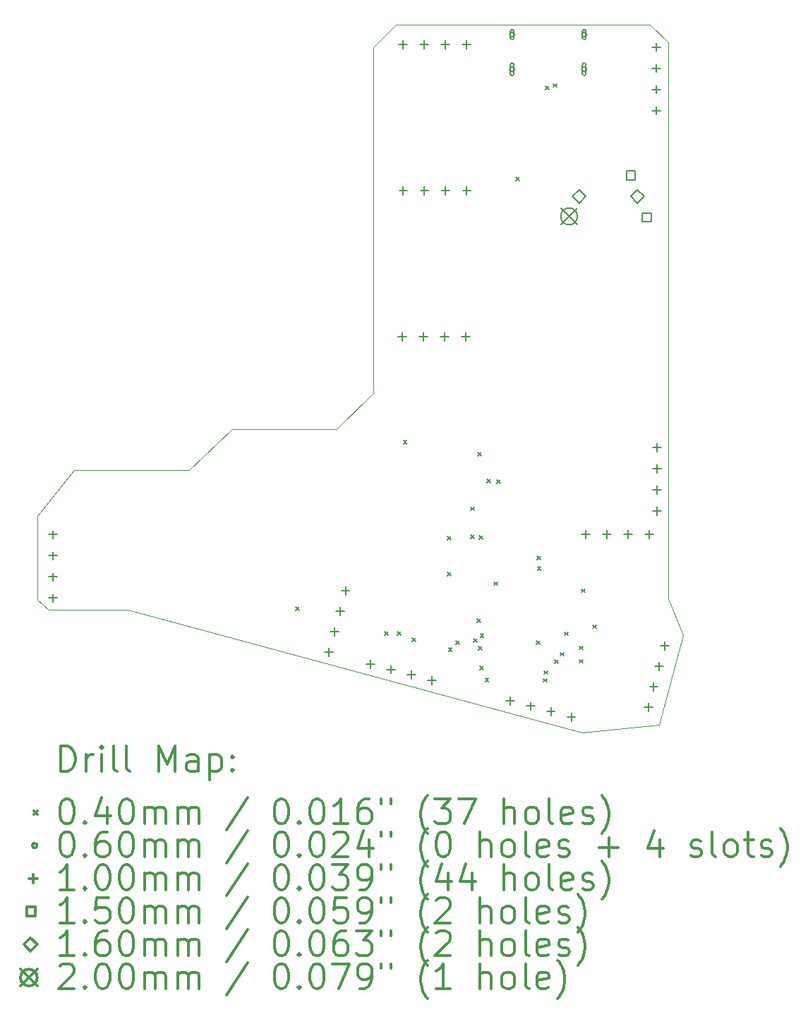
<source format=gbr>
%FSLAX45Y45*%
G04 Gerber Fmt 4.5, Leading zero omitted, Abs format (unit mm)*
G04 Created by KiCad (PCBNEW (5.1.4)-1) date 2023-01-09 13:33:57*
%MOMM*%
%LPD*%
G04 APERTURE LIST*
%ADD10C,0.050000*%
%ADD11C,0.200000*%
%ADD12C,0.300000*%
G04 APERTURE END LIST*
D10*
X9050000Y-43850000D02*
X7800000Y-43850000D01*
X6523279Y-46021295D02*
X6543279Y-46021295D01*
X9493279Y-39271295D02*
X9493279Y-43421295D01*
X12925419Y-47405040D02*
X12003279Y-47491295D01*
X12925419Y-47405040D02*
X13213232Y-46328860D01*
X13031346Y-39391871D02*
X13031480Y-39216016D01*
X13033920Y-43349053D02*
X13032767Y-45050023D01*
X13033421Y-45883812D02*
X13032185Y-45151986D01*
X13033421Y-45883812D02*
X13213232Y-46328860D01*
X13031480Y-39216016D02*
X12813279Y-39001295D01*
X7800000Y-43850000D02*
X7283279Y-44341295D01*
X9763279Y-39001295D02*
X9493279Y-39271295D01*
X9763279Y-39001295D02*
X12813279Y-39001295D01*
X5463279Y-44891295D02*
X5463279Y-45901295D01*
X5463279Y-44891295D02*
X5903279Y-44341295D01*
X5463279Y-45901295D02*
X5603279Y-46021295D01*
X6523279Y-46021295D02*
X5603279Y-46021295D01*
X9050000Y-43850000D02*
X9493279Y-43421295D01*
X13031346Y-39391871D02*
X13033920Y-43349053D01*
X13032185Y-45151986D02*
X13032767Y-45050023D01*
X12003279Y-47491295D02*
X6543279Y-46021295D01*
X7283279Y-44341295D02*
X5903279Y-44341295D01*
D11*
X8561000Y-45987000D02*
X8601000Y-46027000D01*
X8601000Y-45987000D02*
X8561000Y-46027000D01*
X9629000Y-46287000D02*
X9669000Y-46327000D01*
X9669000Y-46287000D02*
X9629000Y-46327000D01*
X9783000Y-46287000D02*
X9823000Y-46327000D01*
X9823000Y-46287000D02*
X9783000Y-46327000D01*
X9855779Y-43988279D02*
X9895779Y-44028279D01*
X9895779Y-43988279D02*
X9855779Y-44028279D01*
X9960000Y-46363500D02*
X10000000Y-46403500D01*
X10000000Y-46363500D02*
X9960000Y-46403500D01*
X10384000Y-45143000D02*
X10424000Y-45183000D01*
X10424000Y-45143000D02*
X10384000Y-45183000D01*
X10384000Y-45576000D02*
X10424000Y-45616000D01*
X10424000Y-45576000D02*
X10384000Y-45616000D01*
X10396397Y-46480028D02*
X10436397Y-46520028D01*
X10436397Y-46480028D02*
X10396397Y-46520028D01*
X10488399Y-46393075D02*
X10528399Y-46433075D01*
X10528399Y-46393075D02*
X10488399Y-46433075D01*
X10662500Y-44791699D02*
X10702500Y-44831699D01*
X10702500Y-44791699D02*
X10662500Y-44831699D01*
X10665455Y-45122813D02*
X10705455Y-45162813D01*
X10705455Y-45122813D02*
X10665455Y-45162813D01*
X10694600Y-46368000D02*
X10734600Y-46408000D01*
X10734600Y-46368000D02*
X10694600Y-46408000D01*
X10742208Y-46130119D02*
X10782208Y-46170119D01*
X10782208Y-46130119D02*
X10742208Y-46170119D01*
X10745400Y-44132800D02*
X10785400Y-44172800D01*
X10785400Y-44132800D02*
X10745400Y-44172800D01*
X10758788Y-46460284D02*
X10798788Y-46500284D01*
X10798788Y-46460284D02*
X10758788Y-46500284D01*
X10762525Y-45131211D02*
X10802525Y-45171211D01*
X10802525Y-45131211D02*
X10762525Y-45171211D01*
X10770800Y-46698200D02*
X10810800Y-46738200D01*
X10810800Y-46698200D02*
X10770800Y-46738200D01*
X10776660Y-46312560D02*
X10816660Y-46352560D01*
X10816660Y-46312560D02*
X10776660Y-46352560D01*
X10837000Y-46843000D02*
X10877000Y-46883000D01*
X10877000Y-46843000D02*
X10837000Y-46883000D01*
X10860657Y-44459081D02*
X10900657Y-44499081D01*
X10900657Y-44459081D02*
X10860657Y-44499081D01*
X10942402Y-45689200D02*
X10982402Y-45729200D01*
X10982402Y-45689200D02*
X10942402Y-45729200D01*
X10973999Y-44463000D02*
X11013999Y-44503000D01*
X11013999Y-44463000D02*
X10973999Y-44503000D01*
X11202600Y-40830800D02*
X11242600Y-40870800D01*
X11242600Y-40830800D02*
X11202600Y-40870800D01*
X11450000Y-46397500D02*
X11490000Y-46437500D01*
X11490000Y-46397500D02*
X11450000Y-46437500D01*
X11456600Y-45377400D02*
X11496600Y-45417400D01*
X11496600Y-45377400D02*
X11456600Y-45417400D01*
X11462500Y-45504400D02*
X11502500Y-45544400D01*
X11502500Y-45504400D02*
X11462500Y-45544400D01*
X11536000Y-46847000D02*
X11576000Y-46887000D01*
X11576000Y-46847000D02*
X11536000Y-46887000D01*
X11541141Y-46754441D02*
X11581141Y-46794441D01*
X11581141Y-46754441D02*
X11541141Y-46794441D01*
X11558200Y-39738600D02*
X11598200Y-39778600D01*
X11598200Y-39738600D02*
X11558200Y-39778600D01*
X11656444Y-39709671D02*
X11696444Y-39749671D01*
X11696444Y-39709671D02*
X11656444Y-39749671D01*
X11673666Y-46622001D02*
X11713666Y-46662001D01*
X11713666Y-46622001D02*
X11673666Y-46662001D01*
X11736000Y-46535200D02*
X11776000Y-46575200D01*
X11776000Y-46535200D02*
X11736000Y-46575200D01*
X11786836Y-46288164D02*
X11826836Y-46328164D01*
X11826836Y-46288164D02*
X11786836Y-46328164D01*
X11965000Y-46457500D02*
X12005000Y-46497500D01*
X12005000Y-46457500D02*
X11965000Y-46497500D01*
X11969969Y-46619546D02*
X12009969Y-46659546D01*
X12009969Y-46619546D02*
X11969969Y-46659546D01*
X11992500Y-45772500D02*
X12032500Y-45812500D01*
X12032500Y-45772500D02*
X11992500Y-45812500D01*
X12130000Y-46205000D02*
X12170000Y-46245000D01*
X12170000Y-46205000D02*
X12130000Y-46245000D01*
X11190000Y-39120000D02*
G75*
G03X11190000Y-39120000I-30000J0D01*
G01*
X11140000Y-39080000D02*
X11140000Y-39160000D01*
X11180000Y-39080000D02*
X11180000Y-39160000D01*
X11140000Y-39160000D02*
G75*
G03X11180000Y-39160000I20000J0D01*
G01*
X11180000Y-39080000D02*
G75*
G03X11140000Y-39080000I-20000J0D01*
G01*
X11190000Y-39537000D02*
G75*
G03X11190000Y-39537000I-30000J0D01*
G01*
X11140000Y-39482000D02*
X11140000Y-39592000D01*
X11180000Y-39482000D02*
X11180000Y-39592000D01*
X11140000Y-39592000D02*
G75*
G03X11180000Y-39592000I20000J0D01*
G01*
X11180000Y-39482000D02*
G75*
G03X11140000Y-39482000I-20000J0D01*
G01*
X12054000Y-39120000D02*
G75*
G03X12054000Y-39120000I-30000J0D01*
G01*
X12004000Y-39080000D02*
X12004000Y-39160000D01*
X12044000Y-39080000D02*
X12044000Y-39160000D01*
X12004000Y-39160000D02*
G75*
G03X12044000Y-39160000I20000J0D01*
G01*
X12044000Y-39080000D02*
G75*
G03X12004000Y-39080000I-20000J0D01*
G01*
X12054000Y-39537000D02*
G75*
G03X12054000Y-39537000I-30000J0D01*
G01*
X12004000Y-39482000D02*
X12004000Y-39592000D01*
X12044000Y-39482000D02*
X12044000Y-39592000D01*
X12004000Y-39592000D02*
G75*
G03X12044000Y-39592000I20000J0D01*
G01*
X12044000Y-39482000D02*
G75*
G03X12004000Y-39482000I-20000J0D01*
G01*
X12894060Y-44027489D02*
X12894060Y-44127489D01*
X12844060Y-44077489D02*
X12944060Y-44077489D01*
X12894060Y-44281489D02*
X12894060Y-44381489D01*
X12844060Y-44331489D02*
X12944060Y-44331489D01*
X12894060Y-44535489D02*
X12894060Y-44635489D01*
X12844060Y-44585489D02*
X12944060Y-44585489D01*
X12894060Y-44789489D02*
X12894060Y-44889489D01*
X12844060Y-44839489D02*
X12944060Y-44839489D01*
X9850928Y-39186838D02*
X9850928Y-39286838D01*
X9800928Y-39236838D02*
X9900928Y-39236838D01*
X10104928Y-39186838D02*
X10104928Y-39286838D01*
X10054928Y-39236838D02*
X10154928Y-39236838D01*
X10358928Y-39186838D02*
X10358928Y-39286838D01*
X10308928Y-39236838D02*
X10408928Y-39236838D01*
X10612928Y-39186838D02*
X10612928Y-39286838D01*
X10562928Y-39236838D02*
X10662928Y-39236838D01*
X12887609Y-39219831D02*
X12887609Y-39319831D01*
X12837609Y-39269831D02*
X12937609Y-39269831D01*
X12887609Y-39473831D02*
X12887609Y-39573831D01*
X12837609Y-39523831D02*
X12937609Y-39523831D01*
X12887609Y-39727831D02*
X12887609Y-39827831D01*
X12837609Y-39777831D02*
X12937609Y-39777831D01*
X12887609Y-39981831D02*
X12887609Y-40081831D01*
X12837609Y-40031831D02*
X12937609Y-40031831D01*
X8962796Y-46477182D02*
X8962796Y-46577182D01*
X8912796Y-46527182D02*
X9012796Y-46527182D01*
X9028536Y-46231837D02*
X9028536Y-46331837D01*
X8978536Y-46281837D02*
X9078536Y-46281837D01*
X9094276Y-45986492D02*
X9094276Y-46086492D01*
X9044276Y-46036492D02*
X9144276Y-46036492D01*
X9160016Y-45741146D02*
X9160016Y-45841146D01*
X9110016Y-45791146D02*
X9210016Y-45791146D01*
X5653279Y-45069295D02*
X5653279Y-45169295D01*
X5603279Y-45119295D02*
X5703279Y-45119295D01*
X5653279Y-45323295D02*
X5653279Y-45423295D01*
X5603279Y-45373295D02*
X5703279Y-45373295D01*
X5653279Y-45577295D02*
X5653279Y-45677295D01*
X5603279Y-45627295D02*
X5703279Y-45627295D01*
X5653279Y-45831295D02*
X5653279Y-45931295D01*
X5603279Y-45881295D02*
X5703279Y-45881295D01*
X12793279Y-47141295D02*
X12793279Y-47241295D01*
X12743279Y-47191295D02*
X12843279Y-47191295D01*
X12859019Y-46895950D02*
X12859019Y-46995950D01*
X12809019Y-46945950D02*
X12909019Y-46945950D01*
X12924759Y-46650605D02*
X12924759Y-46750605D01*
X12874759Y-46700605D02*
X12974759Y-46700605D01*
X12990499Y-46405260D02*
X12990499Y-46505260D01*
X12940499Y-46455260D02*
X13040499Y-46455260D01*
X11133279Y-47061295D02*
X11133279Y-47161295D01*
X11083279Y-47111295D02*
X11183279Y-47111295D01*
X11378624Y-47127035D02*
X11378624Y-47227035D01*
X11328624Y-47177035D02*
X11428624Y-47177035D01*
X11623969Y-47192775D02*
X11623969Y-47292775D01*
X11573969Y-47242775D02*
X11673969Y-47242775D01*
X11869314Y-47258515D02*
X11869314Y-47358515D01*
X11819314Y-47308515D02*
X11919314Y-47308515D01*
X9463279Y-46621295D02*
X9463279Y-46721295D01*
X9413279Y-46671295D02*
X9513279Y-46671295D01*
X9708624Y-46687035D02*
X9708624Y-46787035D01*
X9658624Y-46737035D02*
X9758624Y-46737035D01*
X9953969Y-46752775D02*
X9953969Y-46852775D01*
X9903969Y-46802775D02*
X10003969Y-46802775D01*
X10199314Y-46818515D02*
X10199314Y-46918515D01*
X10149314Y-46868515D02*
X10249314Y-46868515D01*
X12044843Y-45068132D02*
X12044843Y-45168132D01*
X11994843Y-45118132D02*
X12094843Y-45118132D01*
X12298843Y-45068132D02*
X12298843Y-45168132D01*
X12248843Y-45118132D02*
X12348843Y-45118132D01*
X12552843Y-45068132D02*
X12552843Y-45168132D01*
X12502843Y-45118132D02*
X12602843Y-45118132D01*
X12806843Y-45068132D02*
X12806843Y-45168132D01*
X12756843Y-45118132D02*
X12856843Y-45118132D01*
X9837697Y-42697097D02*
X9837697Y-42797097D01*
X9787697Y-42747097D02*
X9887697Y-42747097D01*
X10091697Y-42697097D02*
X10091697Y-42797097D01*
X10041697Y-42747097D02*
X10141697Y-42747097D01*
X10345697Y-42697097D02*
X10345697Y-42797097D01*
X10295697Y-42747097D02*
X10395697Y-42747097D01*
X10599697Y-42697097D02*
X10599697Y-42797097D01*
X10549697Y-42747097D02*
X10649697Y-42747097D01*
X9853416Y-40943520D02*
X9853416Y-41043520D01*
X9803416Y-40993520D02*
X9903416Y-40993520D01*
X10107416Y-40943520D02*
X10107416Y-41043520D01*
X10057416Y-40993520D02*
X10157416Y-40993520D01*
X10361416Y-40943520D02*
X10361416Y-41043520D01*
X10311416Y-40993520D02*
X10411416Y-40993520D01*
X10615416Y-40943520D02*
X10615416Y-41043520D01*
X10565416Y-40993520D02*
X10665416Y-40993520D01*
X12635496Y-40861831D02*
X12635496Y-40755764D01*
X12529429Y-40755764D01*
X12529429Y-40861831D01*
X12635496Y-40861831D01*
X12825496Y-41366831D02*
X12825496Y-41260764D01*
X12719429Y-41260764D01*
X12719429Y-41366831D01*
X12825496Y-41366831D01*
X11962462Y-41141298D02*
X12042462Y-41061298D01*
X11962462Y-40981298D01*
X11882462Y-41061298D01*
X11962462Y-41141298D01*
X12662462Y-41141298D02*
X12742462Y-41061298D01*
X12662462Y-40981298D01*
X12582462Y-41061298D01*
X12662462Y-41141298D01*
X11742462Y-41201298D02*
X11942462Y-41401298D01*
X11942462Y-41201298D02*
X11742462Y-41401298D01*
X11942462Y-41301298D02*
G75*
G03X11942462Y-41301298I-100000J0D01*
G01*
D12*
X5747207Y-47959509D02*
X5747207Y-47659509D01*
X5818636Y-47659509D01*
X5861493Y-47673795D01*
X5890064Y-47702367D01*
X5904350Y-47730938D01*
X5918636Y-47788081D01*
X5918636Y-47830938D01*
X5904350Y-47888081D01*
X5890064Y-47916652D01*
X5861493Y-47945224D01*
X5818636Y-47959509D01*
X5747207Y-47959509D01*
X6047207Y-47959509D02*
X6047207Y-47759509D01*
X6047207Y-47816652D02*
X6061493Y-47788081D01*
X6075779Y-47773795D01*
X6104350Y-47759509D01*
X6132922Y-47759509D01*
X6232922Y-47959509D02*
X6232922Y-47759509D01*
X6232922Y-47659509D02*
X6218636Y-47673795D01*
X6232922Y-47688081D01*
X6247207Y-47673795D01*
X6232922Y-47659509D01*
X6232922Y-47688081D01*
X6418636Y-47959509D02*
X6390064Y-47945224D01*
X6375779Y-47916652D01*
X6375779Y-47659509D01*
X6575779Y-47959509D02*
X6547207Y-47945224D01*
X6532922Y-47916652D01*
X6532922Y-47659509D01*
X6918636Y-47959509D02*
X6918636Y-47659509D01*
X7018636Y-47873795D01*
X7118636Y-47659509D01*
X7118636Y-47959509D01*
X7390064Y-47959509D02*
X7390064Y-47802367D01*
X7375779Y-47773795D01*
X7347207Y-47759509D01*
X7290064Y-47759509D01*
X7261493Y-47773795D01*
X7390064Y-47945224D02*
X7361493Y-47959509D01*
X7290064Y-47959509D01*
X7261493Y-47945224D01*
X7247207Y-47916652D01*
X7247207Y-47888081D01*
X7261493Y-47859509D01*
X7290064Y-47845224D01*
X7361493Y-47845224D01*
X7390064Y-47830938D01*
X7532922Y-47759509D02*
X7532922Y-48059509D01*
X7532922Y-47773795D02*
X7561493Y-47759509D01*
X7618636Y-47759509D01*
X7647207Y-47773795D01*
X7661493Y-47788081D01*
X7675779Y-47816652D01*
X7675779Y-47902367D01*
X7661493Y-47930938D01*
X7647207Y-47945224D01*
X7618636Y-47959509D01*
X7561493Y-47959509D01*
X7532922Y-47945224D01*
X7804350Y-47930938D02*
X7818636Y-47945224D01*
X7804350Y-47959509D01*
X7790064Y-47945224D01*
X7804350Y-47930938D01*
X7804350Y-47959509D01*
X7804350Y-47773795D02*
X7818636Y-47788081D01*
X7804350Y-47802367D01*
X7790064Y-47788081D01*
X7804350Y-47773795D01*
X7804350Y-47802367D01*
X5420779Y-48433795D02*
X5460779Y-48473795D01*
X5460779Y-48433795D02*
X5420779Y-48473795D01*
X5804350Y-48289509D02*
X5832922Y-48289509D01*
X5861493Y-48303795D01*
X5875779Y-48318081D01*
X5890064Y-48346652D01*
X5904350Y-48403795D01*
X5904350Y-48475224D01*
X5890064Y-48532367D01*
X5875779Y-48560938D01*
X5861493Y-48575224D01*
X5832922Y-48589509D01*
X5804350Y-48589509D01*
X5775779Y-48575224D01*
X5761493Y-48560938D01*
X5747207Y-48532367D01*
X5732922Y-48475224D01*
X5732922Y-48403795D01*
X5747207Y-48346652D01*
X5761493Y-48318081D01*
X5775779Y-48303795D01*
X5804350Y-48289509D01*
X6032922Y-48560938D02*
X6047207Y-48575224D01*
X6032922Y-48589509D01*
X6018636Y-48575224D01*
X6032922Y-48560938D01*
X6032922Y-48589509D01*
X6304350Y-48389509D02*
X6304350Y-48589509D01*
X6232922Y-48275224D02*
X6161493Y-48489509D01*
X6347207Y-48489509D01*
X6518636Y-48289509D02*
X6547207Y-48289509D01*
X6575779Y-48303795D01*
X6590064Y-48318081D01*
X6604350Y-48346652D01*
X6618636Y-48403795D01*
X6618636Y-48475224D01*
X6604350Y-48532367D01*
X6590064Y-48560938D01*
X6575779Y-48575224D01*
X6547207Y-48589509D01*
X6518636Y-48589509D01*
X6490064Y-48575224D01*
X6475779Y-48560938D01*
X6461493Y-48532367D01*
X6447207Y-48475224D01*
X6447207Y-48403795D01*
X6461493Y-48346652D01*
X6475779Y-48318081D01*
X6490064Y-48303795D01*
X6518636Y-48289509D01*
X6747207Y-48589509D02*
X6747207Y-48389509D01*
X6747207Y-48418081D02*
X6761493Y-48403795D01*
X6790064Y-48389509D01*
X6832922Y-48389509D01*
X6861493Y-48403795D01*
X6875779Y-48432367D01*
X6875779Y-48589509D01*
X6875779Y-48432367D02*
X6890064Y-48403795D01*
X6918636Y-48389509D01*
X6961493Y-48389509D01*
X6990064Y-48403795D01*
X7004350Y-48432367D01*
X7004350Y-48589509D01*
X7147207Y-48589509D02*
X7147207Y-48389509D01*
X7147207Y-48418081D02*
X7161493Y-48403795D01*
X7190064Y-48389509D01*
X7232922Y-48389509D01*
X7261493Y-48403795D01*
X7275779Y-48432367D01*
X7275779Y-48589509D01*
X7275779Y-48432367D02*
X7290064Y-48403795D01*
X7318636Y-48389509D01*
X7361493Y-48389509D01*
X7390064Y-48403795D01*
X7404350Y-48432367D01*
X7404350Y-48589509D01*
X7990064Y-48275224D02*
X7732922Y-48660938D01*
X8375779Y-48289509D02*
X8404350Y-48289509D01*
X8432922Y-48303795D01*
X8447207Y-48318081D01*
X8461493Y-48346652D01*
X8475779Y-48403795D01*
X8475779Y-48475224D01*
X8461493Y-48532367D01*
X8447207Y-48560938D01*
X8432922Y-48575224D01*
X8404350Y-48589509D01*
X8375779Y-48589509D01*
X8347207Y-48575224D01*
X8332922Y-48560938D01*
X8318636Y-48532367D01*
X8304350Y-48475224D01*
X8304350Y-48403795D01*
X8318636Y-48346652D01*
X8332922Y-48318081D01*
X8347207Y-48303795D01*
X8375779Y-48289509D01*
X8604350Y-48560938D02*
X8618636Y-48575224D01*
X8604350Y-48589509D01*
X8590065Y-48575224D01*
X8604350Y-48560938D01*
X8604350Y-48589509D01*
X8804350Y-48289509D02*
X8832922Y-48289509D01*
X8861493Y-48303795D01*
X8875779Y-48318081D01*
X8890065Y-48346652D01*
X8904350Y-48403795D01*
X8904350Y-48475224D01*
X8890065Y-48532367D01*
X8875779Y-48560938D01*
X8861493Y-48575224D01*
X8832922Y-48589509D01*
X8804350Y-48589509D01*
X8775779Y-48575224D01*
X8761493Y-48560938D01*
X8747207Y-48532367D01*
X8732922Y-48475224D01*
X8732922Y-48403795D01*
X8747207Y-48346652D01*
X8761493Y-48318081D01*
X8775779Y-48303795D01*
X8804350Y-48289509D01*
X9190065Y-48589509D02*
X9018636Y-48589509D01*
X9104350Y-48589509D02*
X9104350Y-48289509D01*
X9075779Y-48332367D01*
X9047207Y-48360938D01*
X9018636Y-48375224D01*
X9447207Y-48289509D02*
X9390065Y-48289509D01*
X9361493Y-48303795D01*
X9347207Y-48318081D01*
X9318636Y-48360938D01*
X9304350Y-48418081D01*
X9304350Y-48532367D01*
X9318636Y-48560938D01*
X9332922Y-48575224D01*
X9361493Y-48589509D01*
X9418636Y-48589509D01*
X9447207Y-48575224D01*
X9461493Y-48560938D01*
X9475779Y-48532367D01*
X9475779Y-48460938D01*
X9461493Y-48432367D01*
X9447207Y-48418081D01*
X9418636Y-48403795D01*
X9361493Y-48403795D01*
X9332922Y-48418081D01*
X9318636Y-48432367D01*
X9304350Y-48460938D01*
X9590065Y-48289509D02*
X9590065Y-48346652D01*
X9704350Y-48289509D02*
X9704350Y-48346652D01*
X10147207Y-48703795D02*
X10132922Y-48689509D01*
X10104350Y-48646652D01*
X10090065Y-48618081D01*
X10075779Y-48575224D01*
X10061493Y-48503795D01*
X10061493Y-48446652D01*
X10075779Y-48375224D01*
X10090065Y-48332367D01*
X10104350Y-48303795D01*
X10132922Y-48260938D01*
X10147207Y-48246652D01*
X10232922Y-48289509D02*
X10418636Y-48289509D01*
X10318636Y-48403795D01*
X10361493Y-48403795D01*
X10390065Y-48418081D01*
X10404350Y-48432367D01*
X10418636Y-48460938D01*
X10418636Y-48532367D01*
X10404350Y-48560938D01*
X10390065Y-48575224D01*
X10361493Y-48589509D01*
X10275779Y-48589509D01*
X10247207Y-48575224D01*
X10232922Y-48560938D01*
X10518636Y-48289509D02*
X10718636Y-48289509D01*
X10590065Y-48589509D01*
X11061493Y-48589509D02*
X11061493Y-48289509D01*
X11190064Y-48589509D02*
X11190064Y-48432367D01*
X11175779Y-48403795D01*
X11147207Y-48389509D01*
X11104350Y-48389509D01*
X11075779Y-48403795D01*
X11061493Y-48418081D01*
X11375779Y-48589509D02*
X11347207Y-48575224D01*
X11332922Y-48560938D01*
X11318636Y-48532367D01*
X11318636Y-48446652D01*
X11332922Y-48418081D01*
X11347207Y-48403795D01*
X11375779Y-48389509D01*
X11418636Y-48389509D01*
X11447207Y-48403795D01*
X11461493Y-48418081D01*
X11475779Y-48446652D01*
X11475779Y-48532367D01*
X11461493Y-48560938D01*
X11447207Y-48575224D01*
X11418636Y-48589509D01*
X11375779Y-48589509D01*
X11647207Y-48589509D02*
X11618636Y-48575224D01*
X11604350Y-48546652D01*
X11604350Y-48289509D01*
X11875779Y-48575224D02*
X11847207Y-48589509D01*
X11790064Y-48589509D01*
X11761493Y-48575224D01*
X11747207Y-48546652D01*
X11747207Y-48432367D01*
X11761493Y-48403795D01*
X11790064Y-48389509D01*
X11847207Y-48389509D01*
X11875779Y-48403795D01*
X11890064Y-48432367D01*
X11890064Y-48460938D01*
X11747207Y-48489509D01*
X12004350Y-48575224D02*
X12032922Y-48589509D01*
X12090064Y-48589509D01*
X12118636Y-48575224D01*
X12132922Y-48546652D01*
X12132922Y-48532367D01*
X12118636Y-48503795D01*
X12090064Y-48489509D01*
X12047207Y-48489509D01*
X12018636Y-48475224D01*
X12004350Y-48446652D01*
X12004350Y-48432367D01*
X12018636Y-48403795D01*
X12047207Y-48389509D01*
X12090064Y-48389509D01*
X12118636Y-48403795D01*
X12232922Y-48703795D02*
X12247207Y-48689509D01*
X12275779Y-48646652D01*
X12290064Y-48618081D01*
X12304350Y-48575224D01*
X12318636Y-48503795D01*
X12318636Y-48446652D01*
X12304350Y-48375224D01*
X12290064Y-48332367D01*
X12275779Y-48303795D01*
X12247207Y-48260938D01*
X12232922Y-48246652D01*
X5460779Y-48849795D02*
G75*
G03X5460779Y-48849795I-30000J0D01*
G01*
X5804350Y-48685509D02*
X5832922Y-48685509D01*
X5861493Y-48699795D01*
X5875779Y-48714081D01*
X5890064Y-48742652D01*
X5904350Y-48799795D01*
X5904350Y-48871224D01*
X5890064Y-48928367D01*
X5875779Y-48956938D01*
X5861493Y-48971224D01*
X5832922Y-48985509D01*
X5804350Y-48985509D01*
X5775779Y-48971224D01*
X5761493Y-48956938D01*
X5747207Y-48928367D01*
X5732922Y-48871224D01*
X5732922Y-48799795D01*
X5747207Y-48742652D01*
X5761493Y-48714081D01*
X5775779Y-48699795D01*
X5804350Y-48685509D01*
X6032922Y-48956938D02*
X6047207Y-48971224D01*
X6032922Y-48985509D01*
X6018636Y-48971224D01*
X6032922Y-48956938D01*
X6032922Y-48985509D01*
X6304350Y-48685509D02*
X6247207Y-48685509D01*
X6218636Y-48699795D01*
X6204350Y-48714081D01*
X6175779Y-48756938D01*
X6161493Y-48814081D01*
X6161493Y-48928367D01*
X6175779Y-48956938D01*
X6190064Y-48971224D01*
X6218636Y-48985509D01*
X6275779Y-48985509D01*
X6304350Y-48971224D01*
X6318636Y-48956938D01*
X6332922Y-48928367D01*
X6332922Y-48856938D01*
X6318636Y-48828367D01*
X6304350Y-48814081D01*
X6275779Y-48799795D01*
X6218636Y-48799795D01*
X6190064Y-48814081D01*
X6175779Y-48828367D01*
X6161493Y-48856938D01*
X6518636Y-48685509D02*
X6547207Y-48685509D01*
X6575779Y-48699795D01*
X6590064Y-48714081D01*
X6604350Y-48742652D01*
X6618636Y-48799795D01*
X6618636Y-48871224D01*
X6604350Y-48928367D01*
X6590064Y-48956938D01*
X6575779Y-48971224D01*
X6547207Y-48985509D01*
X6518636Y-48985509D01*
X6490064Y-48971224D01*
X6475779Y-48956938D01*
X6461493Y-48928367D01*
X6447207Y-48871224D01*
X6447207Y-48799795D01*
X6461493Y-48742652D01*
X6475779Y-48714081D01*
X6490064Y-48699795D01*
X6518636Y-48685509D01*
X6747207Y-48985509D02*
X6747207Y-48785509D01*
X6747207Y-48814081D02*
X6761493Y-48799795D01*
X6790064Y-48785509D01*
X6832922Y-48785509D01*
X6861493Y-48799795D01*
X6875779Y-48828367D01*
X6875779Y-48985509D01*
X6875779Y-48828367D02*
X6890064Y-48799795D01*
X6918636Y-48785509D01*
X6961493Y-48785509D01*
X6990064Y-48799795D01*
X7004350Y-48828367D01*
X7004350Y-48985509D01*
X7147207Y-48985509D02*
X7147207Y-48785509D01*
X7147207Y-48814081D02*
X7161493Y-48799795D01*
X7190064Y-48785509D01*
X7232922Y-48785509D01*
X7261493Y-48799795D01*
X7275779Y-48828367D01*
X7275779Y-48985509D01*
X7275779Y-48828367D02*
X7290064Y-48799795D01*
X7318636Y-48785509D01*
X7361493Y-48785509D01*
X7390064Y-48799795D01*
X7404350Y-48828367D01*
X7404350Y-48985509D01*
X7990064Y-48671224D02*
X7732922Y-49056938D01*
X8375779Y-48685509D02*
X8404350Y-48685509D01*
X8432922Y-48699795D01*
X8447207Y-48714081D01*
X8461493Y-48742652D01*
X8475779Y-48799795D01*
X8475779Y-48871224D01*
X8461493Y-48928367D01*
X8447207Y-48956938D01*
X8432922Y-48971224D01*
X8404350Y-48985509D01*
X8375779Y-48985509D01*
X8347207Y-48971224D01*
X8332922Y-48956938D01*
X8318636Y-48928367D01*
X8304350Y-48871224D01*
X8304350Y-48799795D01*
X8318636Y-48742652D01*
X8332922Y-48714081D01*
X8347207Y-48699795D01*
X8375779Y-48685509D01*
X8604350Y-48956938D02*
X8618636Y-48971224D01*
X8604350Y-48985509D01*
X8590065Y-48971224D01*
X8604350Y-48956938D01*
X8604350Y-48985509D01*
X8804350Y-48685509D02*
X8832922Y-48685509D01*
X8861493Y-48699795D01*
X8875779Y-48714081D01*
X8890065Y-48742652D01*
X8904350Y-48799795D01*
X8904350Y-48871224D01*
X8890065Y-48928367D01*
X8875779Y-48956938D01*
X8861493Y-48971224D01*
X8832922Y-48985509D01*
X8804350Y-48985509D01*
X8775779Y-48971224D01*
X8761493Y-48956938D01*
X8747207Y-48928367D01*
X8732922Y-48871224D01*
X8732922Y-48799795D01*
X8747207Y-48742652D01*
X8761493Y-48714081D01*
X8775779Y-48699795D01*
X8804350Y-48685509D01*
X9018636Y-48714081D02*
X9032922Y-48699795D01*
X9061493Y-48685509D01*
X9132922Y-48685509D01*
X9161493Y-48699795D01*
X9175779Y-48714081D01*
X9190065Y-48742652D01*
X9190065Y-48771224D01*
X9175779Y-48814081D01*
X9004350Y-48985509D01*
X9190065Y-48985509D01*
X9447207Y-48785509D02*
X9447207Y-48985509D01*
X9375779Y-48671224D02*
X9304350Y-48885509D01*
X9490065Y-48885509D01*
X9590065Y-48685509D02*
X9590065Y-48742652D01*
X9704350Y-48685509D02*
X9704350Y-48742652D01*
X10147207Y-49099795D02*
X10132922Y-49085509D01*
X10104350Y-49042652D01*
X10090065Y-49014081D01*
X10075779Y-48971224D01*
X10061493Y-48899795D01*
X10061493Y-48842652D01*
X10075779Y-48771224D01*
X10090065Y-48728367D01*
X10104350Y-48699795D01*
X10132922Y-48656938D01*
X10147207Y-48642652D01*
X10318636Y-48685509D02*
X10347207Y-48685509D01*
X10375779Y-48699795D01*
X10390065Y-48714081D01*
X10404350Y-48742652D01*
X10418636Y-48799795D01*
X10418636Y-48871224D01*
X10404350Y-48928367D01*
X10390065Y-48956938D01*
X10375779Y-48971224D01*
X10347207Y-48985509D01*
X10318636Y-48985509D01*
X10290065Y-48971224D01*
X10275779Y-48956938D01*
X10261493Y-48928367D01*
X10247207Y-48871224D01*
X10247207Y-48799795D01*
X10261493Y-48742652D01*
X10275779Y-48714081D01*
X10290065Y-48699795D01*
X10318636Y-48685509D01*
X10775779Y-48985509D02*
X10775779Y-48685509D01*
X10904350Y-48985509D02*
X10904350Y-48828367D01*
X10890065Y-48799795D01*
X10861493Y-48785509D01*
X10818636Y-48785509D01*
X10790065Y-48799795D01*
X10775779Y-48814081D01*
X11090065Y-48985509D02*
X11061493Y-48971224D01*
X11047207Y-48956938D01*
X11032922Y-48928367D01*
X11032922Y-48842652D01*
X11047207Y-48814081D01*
X11061493Y-48799795D01*
X11090065Y-48785509D01*
X11132922Y-48785509D01*
X11161493Y-48799795D01*
X11175779Y-48814081D01*
X11190064Y-48842652D01*
X11190064Y-48928367D01*
X11175779Y-48956938D01*
X11161493Y-48971224D01*
X11132922Y-48985509D01*
X11090065Y-48985509D01*
X11361493Y-48985509D02*
X11332922Y-48971224D01*
X11318636Y-48942652D01*
X11318636Y-48685509D01*
X11590064Y-48971224D02*
X11561493Y-48985509D01*
X11504350Y-48985509D01*
X11475779Y-48971224D01*
X11461493Y-48942652D01*
X11461493Y-48828367D01*
X11475779Y-48799795D01*
X11504350Y-48785509D01*
X11561493Y-48785509D01*
X11590064Y-48799795D01*
X11604350Y-48828367D01*
X11604350Y-48856938D01*
X11461493Y-48885509D01*
X11718636Y-48971224D02*
X11747207Y-48985509D01*
X11804350Y-48985509D01*
X11832922Y-48971224D01*
X11847207Y-48942652D01*
X11847207Y-48928367D01*
X11832922Y-48899795D01*
X11804350Y-48885509D01*
X11761493Y-48885509D01*
X11732922Y-48871224D01*
X11718636Y-48842652D01*
X11718636Y-48828367D01*
X11732922Y-48799795D01*
X11761493Y-48785509D01*
X11804350Y-48785509D01*
X11832922Y-48799795D01*
X12204350Y-48871224D02*
X12432922Y-48871224D01*
X12318636Y-48985509D02*
X12318636Y-48756938D01*
X12932922Y-48785509D02*
X12932922Y-48985509D01*
X12861493Y-48671224D02*
X12790064Y-48885509D01*
X12975779Y-48885509D01*
X13304350Y-48971224D02*
X13332922Y-48985509D01*
X13390064Y-48985509D01*
X13418636Y-48971224D01*
X13432922Y-48942652D01*
X13432922Y-48928367D01*
X13418636Y-48899795D01*
X13390064Y-48885509D01*
X13347207Y-48885509D01*
X13318636Y-48871224D01*
X13304350Y-48842652D01*
X13304350Y-48828367D01*
X13318636Y-48799795D01*
X13347207Y-48785509D01*
X13390064Y-48785509D01*
X13418636Y-48799795D01*
X13604350Y-48985509D02*
X13575779Y-48971224D01*
X13561493Y-48942652D01*
X13561493Y-48685509D01*
X13761493Y-48985509D02*
X13732922Y-48971224D01*
X13718636Y-48956938D01*
X13704350Y-48928367D01*
X13704350Y-48842652D01*
X13718636Y-48814081D01*
X13732922Y-48799795D01*
X13761493Y-48785509D01*
X13804350Y-48785509D01*
X13832922Y-48799795D01*
X13847207Y-48814081D01*
X13861493Y-48842652D01*
X13861493Y-48928367D01*
X13847207Y-48956938D01*
X13832922Y-48971224D01*
X13804350Y-48985509D01*
X13761493Y-48985509D01*
X13947207Y-48785509D02*
X14061493Y-48785509D01*
X13990064Y-48685509D02*
X13990064Y-48942652D01*
X14004350Y-48971224D01*
X14032922Y-48985509D01*
X14061493Y-48985509D01*
X14147207Y-48971224D02*
X14175779Y-48985509D01*
X14232922Y-48985509D01*
X14261493Y-48971224D01*
X14275779Y-48942652D01*
X14275779Y-48928367D01*
X14261493Y-48899795D01*
X14232922Y-48885509D01*
X14190064Y-48885509D01*
X14161493Y-48871224D01*
X14147207Y-48842652D01*
X14147207Y-48828367D01*
X14161493Y-48799795D01*
X14190064Y-48785509D01*
X14232922Y-48785509D01*
X14261493Y-48799795D01*
X14375779Y-49099795D02*
X14390064Y-49085509D01*
X14418636Y-49042652D01*
X14432922Y-49014081D01*
X14447207Y-48971224D01*
X14461493Y-48899795D01*
X14461493Y-48842652D01*
X14447207Y-48771224D01*
X14432922Y-48728367D01*
X14418636Y-48699795D01*
X14390064Y-48656938D01*
X14375779Y-48642652D01*
X5410779Y-49195795D02*
X5410779Y-49295795D01*
X5360779Y-49245795D02*
X5460779Y-49245795D01*
X5904350Y-49381509D02*
X5732922Y-49381509D01*
X5818636Y-49381509D02*
X5818636Y-49081509D01*
X5790064Y-49124367D01*
X5761493Y-49152938D01*
X5732922Y-49167224D01*
X6032922Y-49352938D02*
X6047207Y-49367224D01*
X6032922Y-49381509D01*
X6018636Y-49367224D01*
X6032922Y-49352938D01*
X6032922Y-49381509D01*
X6232922Y-49081509D02*
X6261493Y-49081509D01*
X6290064Y-49095795D01*
X6304350Y-49110081D01*
X6318636Y-49138652D01*
X6332922Y-49195795D01*
X6332922Y-49267224D01*
X6318636Y-49324367D01*
X6304350Y-49352938D01*
X6290064Y-49367224D01*
X6261493Y-49381509D01*
X6232922Y-49381509D01*
X6204350Y-49367224D01*
X6190064Y-49352938D01*
X6175779Y-49324367D01*
X6161493Y-49267224D01*
X6161493Y-49195795D01*
X6175779Y-49138652D01*
X6190064Y-49110081D01*
X6204350Y-49095795D01*
X6232922Y-49081509D01*
X6518636Y-49081509D02*
X6547207Y-49081509D01*
X6575779Y-49095795D01*
X6590064Y-49110081D01*
X6604350Y-49138652D01*
X6618636Y-49195795D01*
X6618636Y-49267224D01*
X6604350Y-49324367D01*
X6590064Y-49352938D01*
X6575779Y-49367224D01*
X6547207Y-49381509D01*
X6518636Y-49381509D01*
X6490064Y-49367224D01*
X6475779Y-49352938D01*
X6461493Y-49324367D01*
X6447207Y-49267224D01*
X6447207Y-49195795D01*
X6461493Y-49138652D01*
X6475779Y-49110081D01*
X6490064Y-49095795D01*
X6518636Y-49081509D01*
X6747207Y-49381509D02*
X6747207Y-49181509D01*
X6747207Y-49210081D02*
X6761493Y-49195795D01*
X6790064Y-49181509D01*
X6832922Y-49181509D01*
X6861493Y-49195795D01*
X6875779Y-49224367D01*
X6875779Y-49381509D01*
X6875779Y-49224367D02*
X6890064Y-49195795D01*
X6918636Y-49181509D01*
X6961493Y-49181509D01*
X6990064Y-49195795D01*
X7004350Y-49224367D01*
X7004350Y-49381509D01*
X7147207Y-49381509D02*
X7147207Y-49181509D01*
X7147207Y-49210081D02*
X7161493Y-49195795D01*
X7190064Y-49181509D01*
X7232922Y-49181509D01*
X7261493Y-49195795D01*
X7275779Y-49224367D01*
X7275779Y-49381509D01*
X7275779Y-49224367D02*
X7290064Y-49195795D01*
X7318636Y-49181509D01*
X7361493Y-49181509D01*
X7390064Y-49195795D01*
X7404350Y-49224367D01*
X7404350Y-49381509D01*
X7990064Y-49067224D02*
X7732922Y-49452938D01*
X8375779Y-49081509D02*
X8404350Y-49081509D01*
X8432922Y-49095795D01*
X8447207Y-49110081D01*
X8461493Y-49138652D01*
X8475779Y-49195795D01*
X8475779Y-49267224D01*
X8461493Y-49324367D01*
X8447207Y-49352938D01*
X8432922Y-49367224D01*
X8404350Y-49381509D01*
X8375779Y-49381509D01*
X8347207Y-49367224D01*
X8332922Y-49352938D01*
X8318636Y-49324367D01*
X8304350Y-49267224D01*
X8304350Y-49195795D01*
X8318636Y-49138652D01*
X8332922Y-49110081D01*
X8347207Y-49095795D01*
X8375779Y-49081509D01*
X8604350Y-49352938D02*
X8618636Y-49367224D01*
X8604350Y-49381509D01*
X8590065Y-49367224D01*
X8604350Y-49352938D01*
X8604350Y-49381509D01*
X8804350Y-49081509D02*
X8832922Y-49081509D01*
X8861493Y-49095795D01*
X8875779Y-49110081D01*
X8890065Y-49138652D01*
X8904350Y-49195795D01*
X8904350Y-49267224D01*
X8890065Y-49324367D01*
X8875779Y-49352938D01*
X8861493Y-49367224D01*
X8832922Y-49381509D01*
X8804350Y-49381509D01*
X8775779Y-49367224D01*
X8761493Y-49352938D01*
X8747207Y-49324367D01*
X8732922Y-49267224D01*
X8732922Y-49195795D01*
X8747207Y-49138652D01*
X8761493Y-49110081D01*
X8775779Y-49095795D01*
X8804350Y-49081509D01*
X9004350Y-49081509D02*
X9190065Y-49081509D01*
X9090065Y-49195795D01*
X9132922Y-49195795D01*
X9161493Y-49210081D01*
X9175779Y-49224367D01*
X9190065Y-49252938D01*
X9190065Y-49324367D01*
X9175779Y-49352938D01*
X9161493Y-49367224D01*
X9132922Y-49381509D01*
X9047207Y-49381509D01*
X9018636Y-49367224D01*
X9004350Y-49352938D01*
X9332922Y-49381509D02*
X9390065Y-49381509D01*
X9418636Y-49367224D01*
X9432922Y-49352938D01*
X9461493Y-49310081D01*
X9475779Y-49252938D01*
X9475779Y-49138652D01*
X9461493Y-49110081D01*
X9447207Y-49095795D01*
X9418636Y-49081509D01*
X9361493Y-49081509D01*
X9332922Y-49095795D01*
X9318636Y-49110081D01*
X9304350Y-49138652D01*
X9304350Y-49210081D01*
X9318636Y-49238652D01*
X9332922Y-49252938D01*
X9361493Y-49267224D01*
X9418636Y-49267224D01*
X9447207Y-49252938D01*
X9461493Y-49238652D01*
X9475779Y-49210081D01*
X9590065Y-49081509D02*
X9590065Y-49138652D01*
X9704350Y-49081509D02*
X9704350Y-49138652D01*
X10147207Y-49495795D02*
X10132922Y-49481509D01*
X10104350Y-49438652D01*
X10090065Y-49410081D01*
X10075779Y-49367224D01*
X10061493Y-49295795D01*
X10061493Y-49238652D01*
X10075779Y-49167224D01*
X10090065Y-49124367D01*
X10104350Y-49095795D01*
X10132922Y-49052938D01*
X10147207Y-49038652D01*
X10390065Y-49181509D02*
X10390065Y-49381509D01*
X10318636Y-49067224D02*
X10247207Y-49281509D01*
X10432922Y-49281509D01*
X10675779Y-49181509D02*
X10675779Y-49381509D01*
X10604350Y-49067224D02*
X10532922Y-49281509D01*
X10718636Y-49281509D01*
X11061493Y-49381509D02*
X11061493Y-49081509D01*
X11190064Y-49381509D02*
X11190064Y-49224367D01*
X11175779Y-49195795D01*
X11147207Y-49181509D01*
X11104350Y-49181509D01*
X11075779Y-49195795D01*
X11061493Y-49210081D01*
X11375779Y-49381509D02*
X11347207Y-49367224D01*
X11332922Y-49352938D01*
X11318636Y-49324367D01*
X11318636Y-49238652D01*
X11332922Y-49210081D01*
X11347207Y-49195795D01*
X11375779Y-49181509D01*
X11418636Y-49181509D01*
X11447207Y-49195795D01*
X11461493Y-49210081D01*
X11475779Y-49238652D01*
X11475779Y-49324367D01*
X11461493Y-49352938D01*
X11447207Y-49367224D01*
X11418636Y-49381509D01*
X11375779Y-49381509D01*
X11647207Y-49381509D02*
X11618636Y-49367224D01*
X11604350Y-49338652D01*
X11604350Y-49081509D01*
X11875779Y-49367224D02*
X11847207Y-49381509D01*
X11790064Y-49381509D01*
X11761493Y-49367224D01*
X11747207Y-49338652D01*
X11747207Y-49224367D01*
X11761493Y-49195795D01*
X11790064Y-49181509D01*
X11847207Y-49181509D01*
X11875779Y-49195795D01*
X11890064Y-49224367D01*
X11890064Y-49252938D01*
X11747207Y-49281509D01*
X12004350Y-49367224D02*
X12032922Y-49381509D01*
X12090064Y-49381509D01*
X12118636Y-49367224D01*
X12132922Y-49338652D01*
X12132922Y-49324367D01*
X12118636Y-49295795D01*
X12090064Y-49281509D01*
X12047207Y-49281509D01*
X12018636Y-49267224D01*
X12004350Y-49238652D01*
X12004350Y-49224367D01*
X12018636Y-49195795D01*
X12047207Y-49181509D01*
X12090064Y-49181509D01*
X12118636Y-49195795D01*
X12232922Y-49495795D02*
X12247207Y-49481509D01*
X12275779Y-49438652D01*
X12290064Y-49410081D01*
X12304350Y-49367224D01*
X12318636Y-49295795D01*
X12318636Y-49238652D01*
X12304350Y-49167224D01*
X12290064Y-49124367D01*
X12275779Y-49095795D01*
X12247207Y-49052938D01*
X12232922Y-49038652D01*
X5438812Y-49694829D02*
X5438812Y-49588762D01*
X5332745Y-49588762D01*
X5332745Y-49694829D01*
X5438812Y-49694829D01*
X5904350Y-49777509D02*
X5732922Y-49777509D01*
X5818636Y-49777509D02*
X5818636Y-49477509D01*
X5790064Y-49520367D01*
X5761493Y-49548938D01*
X5732922Y-49563224D01*
X6032922Y-49748938D02*
X6047207Y-49763224D01*
X6032922Y-49777509D01*
X6018636Y-49763224D01*
X6032922Y-49748938D01*
X6032922Y-49777509D01*
X6318636Y-49477509D02*
X6175779Y-49477509D01*
X6161493Y-49620367D01*
X6175779Y-49606081D01*
X6204350Y-49591795D01*
X6275779Y-49591795D01*
X6304350Y-49606081D01*
X6318636Y-49620367D01*
X6332922Y-49648938D01*
X6332922Y-49720367D01*
X6318636Y-49748938D01*
X6304350Y-49763224D01*
X6275779Y-49777509D01*
X6204350Y-49777509D01*
X6175779Y-49763224D01*
X6161493Y-49748938D01*
X6518636Y-49477509D02*
X6547207Y-49477509D01*
X6575779Y-49491795D01*
X6590064Y-49506081D01*
X6604350Y-49534652D01*
X6618636Y-49591795D01*
X6618636Y-49663224D01*
X6604350Y-49720367D01*
X6590064Y-49748938D01*
X6575779Y-49763224D01*
X6547207Y-49777509D01*
X6518636Y-49777509D01*
X6490064Y-49763224D01*
X6475779Y-49748938D01*
X6461493Y-49720367D01*
X6447207Y-49663224D01*
X6447207Y-49591795D01*
X6461493Y-49534652D01*
X6475779Y-49506081D01*
X6490064Y-49491795D01*
X6518636Y-49477509D01*
X6747207Y-49777509D02*
X6747207Y-49577509D01*
X6747207Y-49606081D02*
X6761493Y-49591795D01*
X6790064Y-49577509D01*
X6832922Y-49577509D01*
X6861493Y-49591795D01*
X6875779Y-49620367D01*
X6875779Y-49777509D01*
X6875779Y-49620367D02*
X6890064Y-49591795D01*
X6918636Y-49577509D01*
X6961493Y-49577509D01*
X6990064Y-49591795D01*
X7004350Y-49620367D01*
X7004350Y-49777509D01*
X7147207Y-49777509D02*
X7147207Y-49577509D01*
X7147207Y-49606081D02*
X7161493Y-49591795D01*
X7190064Y-49577509D01*
X7232922Y-49577509D01*
X7261493Y-49591795D01*
X7275779Y-49620367D01*
X7275779Y-49777509D01*
X7275779Y-49620367D02*
X7290064Y-49591795D01*
X7318636Y-49577509D01*
X7361493Y-49577509D01*
X7390064Y-49591795D01*
X7404350Y-49620367D01*
X7404350Y-49777509D01*
X7990064Y-49463224D02*
X7732922Y-49848938D01*
X8375779Y-49477509D02*
X8404350Y-49477509D01*
X8432922Y-49491795D01*
X8447207Y-49506081D01*
X8461493Y-49534652D01*
X8475779Y-49591795D01*
X8475779Y-49663224D01*
X8461493Y-49720367D01*
X8447207Y-49748938D01*
X8432922Y-49763224D01*
X8404350Y-49777509D01*
X8375779Y-49777509D01*
X8347207Y-49763224D01*
X8332922Y-49748938D01*
X8318636Y-49720367D01*
X8304350Y-49663224D01*
X8304350Y-49591795D01*
X8318636Y-49534652D01*
X8332922Y-49506081D01*
X8347207Y-49491795D01*
X8375779Y-49477509D01*
X8604350Y-49748938D02*
X8618636Y-49763224D01*
X8604350Y-49777509D01*
X8590065Y-49763224D01*
X8604350Y-49748938D01*
X8604350Y-49777509D01*
X8804350Y-49477509D02*
X8832922Y-49477509D01*
X8861493Y-49491795D01*
X8875779Y-49506081D01*
X8890065Y-49534652D01*
X8904350Y-49591795D01*
X8904350Y-49663224D01*
X8890065Y-49720367D01*
X8875779Y-49748938D01*
X8861493Y-49763224D01*
X8832922Y-49777509D01*
X8804350Y-49777509D01*
X8775779Y-49763224D01*
X8761493Y-49748938D01*
X8747207Y-49720367D01*
X8732922Y-49663224D01*
X8732922Y-49591795D01*
X8747207Y-49534652D01*
X8761493Y-49506081D01*
X8775779Y-49491795D01*
X8804350Y-49477509D01*
X9175779Y-49477509D02*
X9032922Y-49477509D01*
X9018636Y-49620367D01*
X9032922Y-49606081D01*
X9061493Y-49591795D01*
X9132922Y-49591795D01*
X9161493Y-49606081D01*
X9175779Y-49620367D01*
X9190065Y-49648938D01*
X9190065Y-49720367D01*
X9175779Y-49748938D01*
X9161493Y-49763224D01*
X9132922Y-49777509D01*
X9061493Y-49777509D01*
X9032922Y-49763224D01*
X9018636Y-49748938D01*
X9332922Y-49777509D02*
X9390065Y-49777509D01*
X9418636Y-49763224D01*
X9432922Y-49748938D01*
X9461493Y-49706081D01*
X9475779Y-49648938D01*
X9475779Y-49534652D01*
X9461493Y-49506081D01*
X9447207Y-49491795D01*
X9418636Y-49477509D01*
X9361493Y-49477509D01*
X9332922Y-49491795D01*
X9318636Y-49506081D01*
X9304350Y-49534652D01*
X9304350Y-49606081D01*
X9318636Y-49634652D01*
X9332922Y-49648938D01*
X9361493Y-49663224D01*
X9418636Y-49663224D01*
X9447207Y-49648938D01*
X9461493Y-49634652D01*
X9475779Y-49606081D01*
X9590065Y-49477509D02*
X9590065Y-49534652D01*
X9704350Y-49477509D02*
X9704350Y-49534652D01*
X10147207Y-49891795D02*
X10132922Y-49877509D01*
X10104350Y-49834652D01*
X10090065Y-49806081D01*
X10075779Y-49763224D01*
X10061493Y-49691795D01*
X10061493Y-49634652D01*
X10075779Y-49563224D01*
X10090065Y-49520367D01*
X10104350Y-49491795D01*
X10132922Y-49448938D01*
X10147207Y-49434652D01*
X10247207Y-49506081D02*
X10261493Y-49491795D01*
X10290065Y-49477509D01*
X10361493Y-49477509D01*
X10390065Y-49491795D01*
X10404350Y-49506081D01*
X10418636Y-49534652D01*
X10418636Y-49563224D01*
X10404350Y-49606081D01*
X10232922Y-49777509D01*
X10418636Y-49777509D01*
X10775779Y-49777509D02*
X10775779Y-49477509D01*
X10904350Y-49777509D02*
X10904350Y-49620367D01*
X10890065Y-49591795D01*
X10861493Y-49577509D01*
X10818636Y-49577509D01*
X10790065Y-49591795D01*
X10775779Y-49606081D01*
X11090065Y-49777509D02*
X11061493Y-49763224D01*
X11047207Y-49748938D01*
X11032922Y-49720367D01*
X11032922Y-49634652D01*
X11047207Y-49606081D01*
X11061493Y-49591795D01*
X11090065Y-49577509D01*
X11132922Y-49577509D01*
X11161493Y-49591795D01*
X11175779Y-49606081D01*
X11190064Y-49634652D01*
X11190064Y-49720367D01*
X11175779Y-49748938D01*
X11161493Y-49763224D01*
X11132922Y-49777509D01*
X11090065Y-49777509D01*
X11361493Y-49777509D02*
X11332922Y-49763224D01*
X11318636Y-49734652D01*
X11318636Y-49477509D01*
X11590064Y-49763224D02*
X11561493Y-49777509D01*
X11504350Y-49777509D01*
X11475779Y-49763224D01*
X11461493Y-49734652D01*
X11461493Y-49620367D01*
X11475779Y-49591795D01*
X11504350Y-49577509D01*
X11561493Y-49577509D01*
X11590064Y-49591795D01*
X11604350Y-49620367D01*
X11604350Y-49648938D01*
X11461493Y-49677509D01*
X11718636Y-49763224D02*
X11747207Y-49777509D01*
X11804350Y-49777509D01*
X11832922Y-49763224D01*
X11847207Y-49734652D01*
X11847207Y-49720367D01*
X11832922Y-49691795D01*
X11804350Y-49677509D01*
X11761493Y-49677509D01*
X11732922Y-49663224D01*
X11718636Y-49634652D01*
X11718636Y-49620367D01*
X11732922Y-49591795D01*
X11761493Y-49577509D01*
X11804350Y-49577509D01*
X11832922Y-49591795D01*
X11947207Y-49891795D02*
X11961493Y-49877509D01*
X11990064Y-49834652D01*
X12004350Y-49806081D01*
X12018636Y-49763224D01*
X12032922Y-49691795D01*
X12032922Y-49634652D01*
X12018636Y-49563224D01*
X12004350Y-49520367D01*
X11990064Y-49491795D01*
X11961493Y-49448938D01*
X11947207Y-49434652D01*
X5380779Y-50117795D02*
X5460779Y-50037795D01*
X5380779Y-49957795D01*
X5300779Y-50037795D01*
X5380779Y-50117795D01*
X5904350Y-50173509D02*
X5732922Y-50173509D01*
X5818636Y-50173509D02*
X5818636Y-49873509D01*
X5790064Y-49916367D01*
X5761493Y-49944938D01*
X5732922Y-49959224D01*
X6032922Y-50144938D02*
X6047207Y-50159224D01*
X6032922Y-50173509D01*
X6018636Y-50159224D01*
X6032922Y-50144938D01*
X6032922Y-50173509D01*
X6304350Y-49873509D02*
X6247207Y-49873509D01*
X6218636Y-49887795D01*
X6204350Y-49902081D01*
X6175779Y-49944938D01*
X6161493Y-50002081D01*
X6161493Y-50116367D01*
X6175779Y-50144938D01*
X6190064Y-50159224D01*
X6218636Y-50173509D01*
X6275779Y-50173509D01*
X6304350Y-50159224D01*
X6318636Y-50144938D01*
X6332922Y-50116367D01*
X6332922Y-50044938D01*
X6318636Y-50016367D01*
X6304350Y-50002081D01*
X6275779Y-49987795D01*
X6218636Y-49987795D01*
X6190064Y-50002081D01*
X6175779Y-50016367D01*
X6161493Y-50044938D01*
X6518636Y-49873509D02*
X6547207Y-49873509D01*
X6575779Y-49887795D01*
X6590064Y-49902081D01*
X6604350Y-49930652D01*
X6618636Y-49987795D01*
X6618636Y-50059224D01*
X6604350Y-50116367D01*
X6590064Y-50144938D01*
X6575779Y-50159224D01*
X6547207Y-50173509D01*
X6518636Y-50173509D01*
X6490064Y-50159224D01*
X6475779Y-50144938D01*
X6461493Y-50116367D01*
X6447207Y-50059224D01*
X6447207Y-49987795D01*
X6461493Y-49930652D01*
X6475779Y-49902081D01*
X6490064Y-49887795D01*
X6518636Y-49873509D01*
X6747207Y-50173509D02*
X6747207Y-49973509D01*
X6747207Y-50002081D02*
X6761493Y-49987795D01*
X6790064Y-49973509D01*
X6832922Y-49973509D01*
X6861493Y-49987795D01*
X6875779Y-50016367D01*
X6875779Y-50173509D01*
X6875779Y-50016367D02*
X6890064Y-49987795D01*
X6918636Y-49973509D01*
X6961493Y-49973509D01*
X6990064Y-49987795D01*
X7004350Y-50016367D01*
X7004350Y-50173509D01*
X7147207Y-50173509D02*
X7147207Y-49973509D01*
X7147207Y-50002081D02*
X7161493Y-49987795D01*
X7190064Y-49973509D01*
X7232922Y-49973509D01*
X7261493Y-49987795D01*
X7275779Y-50016367D01*
X7275779Y-50173509D01*
X7275779Y-50016367D02*
X7290064Y-49987795D01*
X7318636Y-49973509D01*
X7361493Y-49973509D01*
X7390064Y-49987795D01*
X7404350Y-50016367D01*
X7404350Y-50173509D01*
X7990064Y-49859224D02*
X7732922Y-50244938D01*
X8375779Y-49873509D02*
X8404350Y-49873509D01*
X8432922Y-49887795D01*
X8447207Y-49902081D01*
X8461493Y-49930652D01*
X8475779Y-49987795D01*
X8475779Y-50059224D01*
X8461493Y-50116367D01*
X8447207Y-50144938D01*
X8432922Y-50159224D01*
X8404350Y-50173509D01*
X8375779Y-50173509D01*
X8347207Y-50159224D01*
X8332922Y-50144938D01*
X8318636Y-50116367D01*
X8304350Y-50059224D01*
X8304350Y-49987795D01*
X8318636Y-49930652D01*
X8332922Y-49902081D01*
X8347207Y-49887795D01*
X8375779Y-49873509D01*
X8604350Y-50144938D02*
X8618636Y-50159224D01*
X8604350Y-50173509D01*
X8590065Y-50159224D01*
X8604350Y-50144938D01*
X8604350Y-50173509D01*
X8804350Y-49873509D02*
X8832922Y-49873509D01*
X8861493Y-49887795D01*
X8875779Y-49902081D01*
X8890065Y-49930652D01*
X8904350Y-49987795D01*
X8904350Y-50059224D01*
X8890065Y-50116367D01*
X8875779Y-50144938D01*
X8861493Y-50159224D01*
X8832922Y-50173509D01*
X8804350Y-50173509D01*
X8775779Y-50159224D01*
X8761493Y-50144938D01*
X8747207Y-50116367D01*
X8732922Y-50059224D01*
X8732922Y-49987795D01*
X8747207Y-49930652D01*
X8761493Y-49902081D01*
X8775779Y-49887795D01*
X8804350Y-49873509D01*
X9161493Y-49873509D02*
X9104350Y-49873509D01*
X9075779Y-49887795D01*
X9061493Y-49902081D01*
X9032922Y-49944938D01*
X9018636Y-50002081D01*
X9018636Y-50116367D01*
X9032922Y-50144938D01*
X9047207Y-50159224D01*
X9075779Y-50173509D01*
X9132922Y-50173509D01*
X9161493Y-50159224D01*
X9175779Y-50144938D01*
X9190065Y-50116367D01*
X9190065Y-50044938D01*
X9175779Y-50016367D01*
X9161493Y-50002081D01*
X9132922Y-49987795D01*
X9075779Y-49987795D01*
X9047207Y-50002081D01*
X9032922Y-50016367D01*
X9018636Y-50044938D01*
X9290065Y-49873509D02*
X9475779Y-49873509D01*
X9375779Y-49987795D01*
X9418636Y-49987795D01*
X9447207Y-50002081D01*
X9461493Y-50016367D01*
X9475779Y-50044938D01*
X9475779Y-50116367D01*
X9461493Y-50144938D01*
X9447207Y-50159224D01*
X9418636Y-50173509D01*
X9332922Y-50173509D01*
X9304350Y-50159224D01*
X9290065Y-50144938D01*
X9590065Y-49873509D02*
X9590065Y-49930652D01*
X9704350Y-49873509D02*
X9704350Y-49930652D01*
X10147207Y-50287795D02*
X10132922Y-50273509D01*
X10104350Y-50230652D01*
X10090065Y-50202081D01*
X10075779Y-50159224D01*
X10061493Y-50087795D01*
X10061493Y-50030652D01*
X10075779Y-49959224D01*
X10090065Y-49916367D01*
X10104350Y-49887795D01*
X10132922Y-49844938D01*
X10147207Y-49830652D01*
X10247207Y-49902081D02*
X10261493Y-49887795D01*
X10290065Y-49873509D01*
X10361493Y-49873509D01*
X10390065Y-49887795D01*
X10404350Y-49902081D01*
X10418636Y-49930652D01*
X10418636Y-49959224D01*
X10404350Y-50002081D01*
X10232922Y-50173509D01*
X10418636Y-50173509D01*
X10775779Y-50173509D02*
X10775779Y-49873509D01*
X10904350Y-50173509D02*
X10904350Y-50016367D01*
X10890065Y-49987795D01*
X10861493Y-49973509D01*
X10818636Y-49973509D01*
X10790065Y-49987795D01*
X10775779Y-50002081D01*
X11090065Y-50173509D02*
X11061493Y-50159224D01*
X11047207Y-50144938D01*
X11032922Y-50116367D01*
X11032922Y-50030652D01*
X11047207Y-50002081D01*
X11061493Y-49987795D01*
X11090065Y-49973509D01*
X11132922Y-49973509D01*
X11161493Y-49987795D01*
X11175779Y-50002081D01*
X11190064Y-50030652D01*
X11190064Y-50116367D01*
X11175779Y-50144938D01*
X11161493Y-50159224D01*
X11132922Y-50173509D01*
X11090065Y-50173509D01*
X11361493Y-50173509D02*
X11332922Y-50159224D01*
X11318636Y-50130652D01*
X11318636Y-49873509D01*
X11590064Y-50159224D02*
X11561493Y-50173509D01*
X11504350Y-50173509D01*
X11475779Y-50159224D01*
X11461493Y-50130652D01*
X11461493Y-50016367D01*
X11475779Y-49987795D01*
X11504350Y-49973509D01*
X11561493Y-49973509D01*
X11590064Y-49987795D01*
X11604350Y-50016367D01*
X11604350Y-50044938D01*
X11461493Y-50073509D01*
X11718636Y-50159224D02*
X11747207Y-50173509D01*
X11804350Y-50173509D01*
X11832922Y-50159224D01*
X11847207Y-50130652D01*
X11847207Y-50116367D01*
X11832922Y-50087795D01*
X11804350Y-50073509D01*
X11761493Y-50073509D01*
X11732922Y-50059224D01*
X11718636Y-50030652D01*
X11718636Y-50016367D01*
X11732922Y-49987795D01*
X11761493Y-49973509D01*
X11804350Y-49973509D01*
X11832922Y-49987795D01*
X11947207Y-50287795D02*
X11961493Y-50273509D01*
X11990064Y-50230652D01*
X12004350Y-50202081D01*
X12018636Y-50159224D01*
X12032922Y-50087795D01*
X12032922Y-50030652D01*
X12018636Y-49959224D01*
X12004350Y-49916367D01*
X11990064Y-49887795D01*
X11961493Y-49844938D01*
X11947207Y-49830652D01*
X5260779Y-50333795D02*
X5460779Y-50533795D01*
X5460779Y-50333795D02*
X5260779Y-50533795D01*
X5460779Y-50433795D02*
G75*
G03X5460779Y-50433795I-100000J0D01*
G01*
X5732922Y-50298081D02*
X5747207Y-50283795D01*
X5775779Y-50269509D01*
X5847207Y-50269509D01*
X5875779Y-50283795D01*
X5890064Y-50298081D01*
X5904350Y-50326652D01*
X5904350Y-50355224D01*
X5890064Y-50398081D01*
X5718636Y-50569509D01*
X5904350Y-50569509D01*
X6032922Y-50540938D02*
X6047207Y-50555224D01*
X6032922Y-50569509D01*
X6018636Y-50555224D01*
X6032922Y-50540938D01*
X6032922Y-50569509D01*
X6232922Y-50269509D02*
X6261493Y-50269509D01*
X6290064Y-50283795D01*
X6304350Y-50298081D01*
X6318636Y-50326652D01*
X6332922Y-50383795D01*
X6332922Y-50455224D01*
X6318636Y-50512367D01*
X6304350Y-50540938D01*
X6290064Y-50555224D01*
X6261493Y-50569509D01*
X6232922Y-50569509D01*
X6204350Y-50555224D01*
X6190064Y-50540938D01*
X6175779Y-50512367D01*
X6161493Y-50455224D01*
X6161493Y-50383795D01*
X6175779Y-50326652D01*
X6190064Y-50298081D01*
X6204350Y-50283795D01*
X6232922Y-50269509D01*
X6518636Y-50269509D02*
X6547207Y-50269509D01*
X6575779Y-50283795D01*
X6590064Y-50298081D01*
X6604350Y-50326652D01*
X6618636Y-50383795D01*
X6618636Y-50455224D01*
X6604350Y-50512367D01*
X6590064Y-50540938D01*
X6575779Y-50555224D01*
X6547207Y-50569509D01*
X6518636Y-50569509D01*
X6490064Y-50555224D01*
X6475779Y-50540938D01*
X6461493Y-50512367D01*
X6447207Y-50455224D01*
X6447207Y-50383795D01*
X6461493Y-50326652D01*
X6475779Y-50298081D01*
X6490064Y-50283795D01*
X6518636Y-50269509D01*
X6747207Y-50569509D02*
X6747207Y-50369509D01*
X6747207Y-50398081D02*
X6761493Y-50383795D01*
X6790064Y-50369509D01*
X6832922Y-50369509D01*
X6861493Y-50383795D01*
X6875779Y-50412367D01*
X6875779Y-50569509D01*
X6875779Y-50412367D02*
X6890064Y-50383795D01*
X6918636Y-50369509D01*
X6961493Y-50369509D01*
X6990064Y-50383795D01*
X7004350Y-50412367D01*
X7004350Y-50569509D01*
X7147207Y-50569509D02*
X7147207Y-50369509D01*
X7147207Y-50398081D02*
X7161493Y-50383795D01*
X7190064Y-50369509D01*
X7232922Y-50369509D01*
X7261493Y-50383795D01*
X7275779Y-50412367D01*
X7275779Y-50569509D01*
X7275779Y-50412367D02*
X7290064Y-50383795D01*
X7318636Y-50369509D01*
X7361493Y-50369509D01*
X7390064Y-50383795D01*
X7404350Y-50412367D01*
X7404350Y-50569509D01*
X7990064Y-50255224D02*
X7732922Y-50640938D01*
X8375779Y-50269509D02*
X8404350Y-50269509D01*
X8432922Y-50283795D01*
X8447207Y-50298081D01*
X8461493Y-50326652D01*
X8475779Y-50383795D01*
X8475779Y-50455224D01*
X8461493Y-50512367D01*
X8447207Y-50540938D01*
X8432922Y-50555224D01*
X8404350Y-50569509D01*
X8375779Y-50569509D01*
X8347207Y-50555224D01*
X8332922Y-50540938D01*
X8318636Y-50512367D01*
X8304350Y-50455224D01*
X8304350Y-50383795D01*
X8318636Y-50326652D01*
X8332922Y-50298081D01*
X8347207Y-50283795D01*
X8375779Y-50269509D01*
X8604350Y-50540938D02*
X8618636Y-50555224D01*
X8604350Y-50569509D01*
X8590065Y-50555224D01*
X8604350Y-50540938D01*
X8604350Y-50569509D01*
X8804350Y-50269509D02*
X8832922Y-50269509D01*
X8861493Y-50283795D01*
X8875779Y-50298081D01*
X8890065Y-50326652D01*
X8904350Y-50383795D01*
X8904350Y-50455224D01*
X8890065Y-50512367D01*
X8875779Y-50540938D01*
X8861493Y-50555224D01*
X8832922Y-50569509D01*
X8804350Y-50569509D01*
X8775779Y-50555224D01*
X8761493Y-50540938D01*
X8747207Y-50512367D01*
X8732922Y-50455224D01*
X8732922Y-50383795D01*
X8747207Y-50326652D01*
X8761493Y-50298081D01*
X8775779Y-50283795D01*
X8804350Y-50269509D01*
X9004350Y-50269509D02*
X9204350Y-50269509D01*
X9075779Y-50569509D01*
X9332922Y-50569509D02*
X9390065Y-50569509D01*
X9418636Y-50555224D01*
X9432922Y-50540938D01*
X9461493Y-50498081D01*
X9475779Y-50440938D01*
X9475779Y-50326652D01*
X9461493Y-50298081D01*
X9447207Y-50283795D01*
X9418636Y-50269509D01*
X9361493Y-50269509D01*
X9332922Y-50283795D01*
X9318636Y-50298081D01*
X9304350Y-50326652D01*
X9304350Y-50398081D01*
X9318636Y-50426652D01*
X9332922Y-50440938D01*
X9361493Y-50455224D01*
X9418636Y-50455224D01*
X9447207Y-50440938D01*
X9461493Y-50426652D01*
X9475779Y-50398081D01*
X9590065Y-50269509D02*
X9590065Y-50326652D01*
X9704350Y-50269509D02*
X9704350Y-50326652D01*
X10147207Y-50683795D02*
X10132922Y-50669509D01*
X10104350Y-50626652D01*
X10090065Y-50598081D01*
X10075779Y-50555224D01*
X10061493Y-50483795D01*
X10061493Y-50426652D01*
X10075779Y-50355224D01*
X10090065Y-50312367D01*
X10104350Y-50283795D01*
X10132922Y-50240938D01*
X10147207Y-50226652D01*
X10418636Y-50569509D02*
X10247207Y-50569509D01*
X10332922Y-50569509D02*
X10332922Y-50269509D01*
X10304350Y-50312367D01*
X10275779Y-50340938D01*
X10247207Y-50355224D01*
X10775779Y-50569509D02*
X10775779Y-50269509D01*
X10904350Y-50569509D02*
X10904350Y-50412367D01*
X10890065Y-50383795D01*
X10861493Y-50369509D01*
X10818636Y-50369509D01*
X10790065Y-50383795D01*
X10775779Y-50398081D01*
X11090065Y-50569509D02*
X11061493Y-50555224D01*
X11047207Y-50540938D01*
X11032922Y-50512367D01*
X11032922Y-50426652D01*
X11047207Y-50398081D01*
X11061493Y-50383795D01*
X11090065Y-50369509D01*
X11132922Y-50369509D01*
X11161493Y-50383795D01*
X11175779Y-50398081D01*
X11190064Y-50426652D01*
X11190064Y-50512367D01*
X11175779Y-50540938D01*
X11161493Y-50555224D01*
X11132922Y-50569509D01*
X11090065Y-50569509D01*
X11361493Y-50569509D02*
X11332922Y-50555224D01*
X11318636Y-50526652D01*
X11318636Y-50269509D01*
X11590064Y-50555224D02*
X11561493Y-50569509D01*
X11504350Y-50569509D01*
X11475779Y-50555224D01*
X11461493Y-50526652D01*
X11461493Y-50412367D01*
X11475779Y-50383795D01*
X11504350Y-50369509D01*
X11561493Y-50369509D01*
X11590064Y-50383795D01*
X11604350Y-50412367D01*
X11604350Y-50440938D01*
X11461493Y-50469509D01*
X11704350Y-50683795D02*
X11718636Y-50669509D01*
X11747207Y-50626652D01*
X11761493Y-50598081D01*
X11775779Y-50555224D01*
X11790064Y-50483795D01*
X11790064Y-50426652D01*
X11775779Y-50355224D01*
X11761493Y-50312367D01*
X11747207Y-50283795D01*
X11718636Y-50240938D01*
X11704350Y-50226652D01*
M02*

</source>
